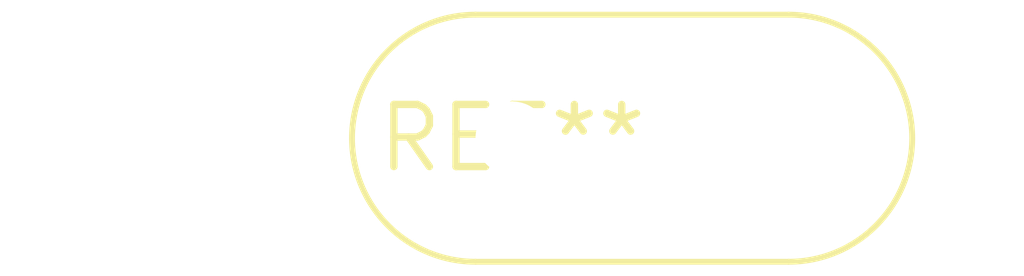
<source format=kicad_pcb>
(kicad_pcb (version 20240108) (generator pcbnew)
  (layers (0 "F.Cu" signal) (31 "B.Cu" signal) (34 "B.Paste" user) (35 "F.Paste" user) (36 "B.SilkS" user "B.Silkscreen") (37 "F.SilkS" user "F.Silkscreen") (38 "B.Mask" user) (39 "F.Mask" user) (44 "Edge.Cuts" user))
  (net 0 "")
  (footprint "Crystal_HC50_Vertical" (layer "F.Cu") (at 0 0)
    (property "Reference" "REF**")
    (property "Value" "Crystal_HC50_Vertical")
    (fp_line (start -0.75 -2.525) (end 5.65 -2.525) (layer "F.SilkS") (stroke (width 0.12)))
    (fp_line (start -0.75 2.525) (end 5.65 2.525) (layer "F.SilkS") (stroke (width 0.12)))
    (fp_arc (start -0.75 2.525) (mid -3.275 0) (end -0.75 -2.525) (layer "F.SilkS") (stroke (width 0.12)))
    (fp_arc (start 5.65 -2.525) (mid 8.175 0) (end 5.65 2.525) (layer "F.SilkS") (stroke (width 0.12)))
    (pad "1" thru_hole circle (at 0 0) (size 2.3 2.3) (drill 1.5) (layers *.Cu *.Mask) (remove_unused_layers))
    (pad "2" thru_hole circle (at 4.9 0) (size 2.3 2.3) (drill 1.5) (layers *.Cu *.Mask) (remove_unused_layers))
  )
)
</source>
